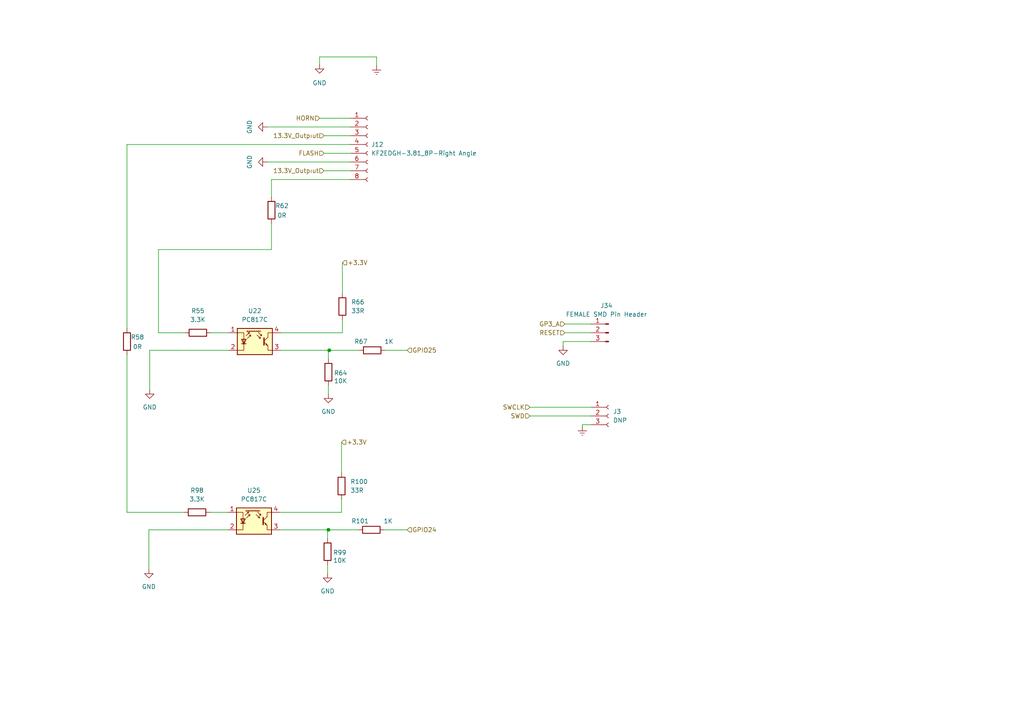
<source format=kicad_sch>
(kicad_sch (version 20250114) (generator "eeschema") (generator_version "9.0")
  (paper "A4")
  (lib_symbols
    (symbol "Connector:Conn_01x03_Pin" (pin_names (offset 1.016) (hide yes))
      (property "Reference" "J" (at 0 5.08 0))
      (property "Value" "Conn_01x03_Pin" (at 0 -5.08 0))
      (symbol "Conn_01x03_Pin_1_1"
        (rectangle (start 0.8636 2.667) (end 0 2.413) (stroke (width 0.1524)) (fill (type outline)))
        (rectangle (start 0.8636 0.127) (end 0 -0.127) (stroke (width 0.1524)) (fill (type outline)))
        (rectangle (start 0.8636 -2.413) (end 0 -2.667) (stroke (width 0.1524)) (fill (type outline)))
        (polyline (pts (xy 1.27 2.54) (xy 0.8636 2.54)) (stroke (width 0.1524)))
        (polyline (pts (xy 1.27 0) (xy 0.8636 0)) (stroke (width 0.1524)))
        (polyline (pts (xy 1.27 -2.54) (xy 0.8636 -2.54)) (stroke (width 0.1524)))
        (pin passive line (at 5.08 2.54 180) (length 3.81) (name "Pin_1") (number "1"))
        (pin passive line (at 5.08 0 180) (length 3.81) (name "Pin_2") (number "2"))
        (pin passive line (at 5.08 -2.54 180) (length 3.81) (name "Pin_3") (number "3"))
      )
    )
    (symbol "Connector:Conn_01x03_Socket" (pin_names (offset 1.016) (hide yes))
      (property "Reference" "J" (at 0 5.08 0))
      (property "Value" "Conn_01x03_Socket" (at 0 -5.08 0))
      (symbol "Conn_01x03_Socket_1_1"
        (polyline (pts (xy -1.27 2.54) (xy -0.508 2.54)) (stroke (width 0.1524)))
        (polyline (pts (xy -1.27 0) (xy -0.508 0)) (stroke (width 0.1524)))
        (polyline (pts (xy -1.27 -2.54) (xy -0.508 -2.54)) (stroke (width 0.1524)))
        (arc (start 0 2.032) (mid -0.5058 2.54) (end 0 3.048) (stroke (width 0.1524)))
        (arc (start 0 -0.508) (mid -0.5058 0) (end 0 0.508) (stroke (width 0.1524)))
        (arc (start 0 -3.048) (mid -0.5058 -2.54) (end 0 -2.032) (stroke (width 0.1524)))
        (pin passive line (at -5.08 2.54 0) (length 3.81) (name "Pin_1") (number "1"))
        (pin passive line (at -5.08 0 0) (length 3.81) (name "Pin_2") (number "2"))
        (pin passive line (at -5.08 -2.54 0) (length 3.81) (name "Pin_3") (number "3"))
      )
    )
    (symbol "Connector:Conn_01x08_Socket" (pin_names (offset 1.016) (hide yes))
      (property "Reference" "J" (at 0 10.16 0))
      (property "Value" "Conn_01x08_Socket" (at 0 -12.7 0))
      (symbol "Conn_01x08_Socket_1_1"
        (polyline (pts (xy -1.27 7.62) (xy -0.508 7.62)) (stroke (width 0.1524)))
        (polyline (pts (xy -1.27 5.08) (xy -0.508 5.08)) (stroke (width 0.1524)))
        (polyline (pts (xy -1.27 2.54) (xy -0.508 2.54)) (stroke (width 0.1524)))
        (polyline (pts (xy -1.27 0) (xy -0.508 0)) (stroke (width 0.1524)))
        (polyline (pts (xy -1.27 -2.54) (xy -0.508 -2.54)) (stroke (width 0.1524)))
        (polyline (pts (xy -1.27 -5.08) (xy -0.508 -5.08)) (stroke (width 0.1524)))
        (polyline (pts (xy -1.27 -7.62) (xy -0.508 -7.62)) (stroke (width 0.1524)))
        (polyline (pts (xy -1.27 -10.16) (xy -0.508 -10.16)) (stroke (width 0.1524)))
        (arc (start 0 7.112) (mid -0.5058 7.62) (end 0 8.128) (stroke (width 0.1524)))
        (arc (start 0 4.572) (mid -0.5058 5.08) (end 0 5.588) (stroke (width 0.1524)))
        (arc (start 0 2.032) (mid -0.5058 2.54) (end 0 3.048) (stroke (width 0.1524)))
        (arc (start 0 -0.508) (mid -0.5058 0) (end 0 0.508) (stroke (width 0.1524)))
        (arc (start 0 -3.048) (mid -0.5058 -2.54) (end 0 -2.032) (stroke (width 0.1524)))
        (arc (start 0 -5.588) (mid -0.5058 -5.08) (end 0 -4.572) (stroke (width 0.1524)))
        (arc (start 0 -8.128) (mid -0.5058 -7.62) (end 0 -7.112) (stroke (width 0.1524)))
        (arc (start 0 -10.668) (mid -0.5058 -10.16) (end 0 -9.652) (stroke (width 0.1524)))
        (pin passive line (at -5.08 7.62 0) (length 3.81) (name "Pin_1") (number "1"))
        (pin passive line (at -5.08 5.08 0) (length 3.81) (name "Pin_2") (number "2"))
        (pin passive line (at -5.08 2.54 0) (length 3.81) (name "Pin_3") (number "3"))
        (pin passive line (at -5.08 0 0) (length 3.81) (name "Pin_4") (number "4"))
        (pin passive line (at -5.08 -2.54 0) (length 3.81) (name "Pin_5") (number "5"))
        (pin passive line (at -5.08 -5.08 0) (length 3.81) (name "Pin_6") (number "6"))
        (pin passive line (at -5.08 -7.62 0) (length 3.81) (name "Pin_7") (number "7"))
        (pin passive line (at -5.08 -10.16 0) (length 3.81) (name "Pin_8") (number "8"))
      )
    )
    (symbol "Device:R" (pin_numbers (hide yes)) (pin_names (offset 0))
      (property "Reference" "R" (at 2.032 0 90))
      (property "Value" "R" (at 0 0 90))
      (symbol "R_0_1"
        (rectangle (start -1.016 -2.54) (end 1.016 2.54) (stroke (width 0.254)))
      )
      (symbol "R_1_1"
        (pin passive line (at 0 3.81 270) (length 1.27) (name "~") (number "1"))
        (pin passive line (at 0 -3.81 90) (length 1.27) (name "~") (number "2"))
      )
    )
    (symbol "Sensor_Proximity:SFH9201" (pin_names (offset 0.0254) (hide yes))
      (property "Reference" "U?" (at 0 8.89 0))
      (property "Value" "SFH9201" (at 0 6.35 0))
      (symbol "SFH9201_0_1"
        (polyline (pts (xy -5.08 -2.54) (xy -3.175 -2.54) (xy -3.175 2.54) (xy -5.08 2.54)))
        (polyline (pts (xy -5.08 -3.81) (xy 5.08 -3.81) (xy 5.08 3.81) (xy -5.08 3.81) (xy -5.08 -3.81)) (stroke (width 0.254)) (fill (type background)))
        (polyline (pts (xy -3.81 -0.635) (xy -2.54 -0.635)) (stroke (width 0.254)))
        (polyline (pts (xy -3.175 -0.635) (xy -3.81 0.635) (xy -2.54 0.635) (xy -3.175 -0.635)) (stroke (width 0.254)))
        (polyline (pts (xy -2.54 1.651) (xy -1.524 2.667) (xy -2.032 2.54)))
        (polyline (pts (xy -2.286 2.921) (xy -2.032 3.175)))
        (polyline (pts (xy -2.159 0.889) (xy -1.143 1.905) (xy -1.651 1.778)))
        (polyline (pts (xy -1.778 2.921) (xy -1.524 3.175)))
        (polyline (pts (xy -1.524 2.667) (xy -1.651 2.159)))
        (polyline (pts (xy -1.27 2.921) (xy -1.016 3.175)))
        (polyline (pts (xy -1.143 1.905) (xy -1.27 1.397)))
        (polyline (pts (xy -0.762 2.921) (xy -0.508 3.175)))
        (polyline (pts (xy -0.254 2.921) (xy 0 3.175)))
        (polyline (pts (xy 0.254 2.921) (xy 0.508 3.175)))
        (polyline (pts (xy 0.635 1.905) (xy 1.651 0.889) (xy 1.524 1.397)))
        (polyline (pts (xy 0.762 2.921) (xy 1.016 3.175)))
        (polyline (pts (xy 1.016 2.667) (xy 2.032 1.651) (xy 1.905 2.159)))
        (polyline (pts (xy 1.27 2.921) (xy 1.524 3.175)))
        (polyline (pts (xy 1.651 0.889) (xy 1.143 1.016)))
        (polyline (pts (xy 1.778 2.921) (xy -2.413 2.921)))
        (polyline (pts (xy 2.032 1.651) (xy 1.524 1.778)))
        (polyline (pts (xy 2.667 1.016) (xy 2.667 -1.016) (xy 2.667 -1.016)) (stroke (width 0.3556)))
        (polyline (pts (xy 2.667 0.127) (xy 3.81 1.27)))
        (polyline (pts (xy 2.667 -0.127) (xy 3.81 -1.27)))
        (polyline (pts (xy 3.683 -1.143) (xy 3.429 -0.635) (xy 3.175 -0.889) (xy 3.683 -1.143)))
        (polyline (pts (xy 3.81 1.27) (xy 3.81 2.54) (xy 5.08 2.54)))
        (polyline (pts (xy 3.81 -1.27) (xy 3.81 -2.54) (xy 5.08 -2.54)))
      )
      (symbol "SFH9201_1_1"
        (pin passive line (at -7.62 2.54 0) (length 2.54) (name "A") (number "1"))
        (pin passive line (at -7.62 -2.54 0) (length 2.54) (name "K") (number "2"))
        (pin open_collector line (at 7.62 2.54 180) (length 2.54) (name "C") (number "4"))
        (pin open_emitter line (at 7.62 -2.54 180) (length 2.54) (name "E") (number "3"))
      )
    )
    (symbol "power:Earth" (power) (pin_names (offset 0))
      (symbol "Earth_0_1"
        (polyline (pts (xy -0.635 -1.905) (xy 0.635 -1.905)))
        (polyline (pts (xy -0.127 -2.54) (xy 0.127 -2.54)))
        (polyline (pts (xy 0 -1.27) (xy 0 0)))
        (polyline (pts (xy 1.27 -1.27) (xy -1.27 -1.27)))
      )
      (symbol "Earth_1_1"
        (pin power_in line (at 0 0 270) (length 0) (hide yes) (name "Earth") (number "1"))
      )
    )
    (symbol "power:GND" (power) (pin_names (offset 0))
      (property "Value" "GND" (at 0 -3.81 0))
      (symbol "GND_0_1"
        (polyline (pts (xy 0 0) (xy 0 -1.27) (xy 1.27 -1.27) (xy 0 -2.54) (xy -1.27 -1.27) (xy 0 -1.27)))
      )
      (symbol "GND_1_1"
        (pin power_in line (at 0 0 270) (length 0) (hide yes) (name "GND") (number "1"))
      )
    )
  )
  (junction (at 95.25 153.671))
  (junction (at 95.4944 101.6))
  (wire (pts (xy 43.4244 101.599) (xy 66.2844 101.599)))
  (wire (pts (xy 95.0056 153.671) (xy 95.0056 156.2026)))
  (wire (pts (xy 78.74 64.77) (xy 78.74 72.389)))
  (wire (pts (xy 99.06 144.78) (xy 99.06 148.59)))
  (wire (pts (xy 111.5156 153.671) (xy 118.11 153.671)))
  (wire (pts (xy 95.4944 101.599) (xy 95.4944 101.6)))
  (wire (pts (xy 109.22 16.51) (xy 109.22 19.05)))
  (wire (pts (xy 95.0056 153.671) (xy 95.25 153.671)))
  (wire (pts (xy 36.83 148.59) (xy 53.34 148.59)))
  (wire (pts (xy 93.98 39.37) (xy 101.6 39.37)))
  (wire (pts (xy 95.25 111.7516) (xy 95.25 114.3)))
  (wire (pts (xy 168.91 123.19) (xy 168.91 123.698)))
  (wire (pts (xy 81.28 148.59) (xy 99.06 148.59)))
  (wire (pts (xy 61.2044 96.519) (xy 66.2844 96.519)))
  (wire (pts (xy 78.74 72.389) (xy 45.9644 72.389)))
  (wire (pts (xy 92.71 34.29) (xy 101.6 34.29)))
  (wire (pts (xy 111.76 101.6) (xy 118.11 101.6)))
  (wire (pts (xy 95.25 153.671) (xy 103.8956 153.671)))
  (wire (pts (xy 163.322 99.06) (xy 163.322 100.33)))
  (wire (pts (xy 153.67 120.65) (xy 171.45 120.65)))
  (wire (pts (xy 93.98 49.53) (xy 101.6 49.53)))
  (wire (pts (xy 45.9644 72.389) (xy 45.9644 96.519)))
  (wire (pts (xy 99.06 128.27) (xy 99.06 137.16)))
  (wire (pts (xy 95.25 101.6) (xy 95.25 104.1316)))
  (wire (pts (xy 93.98 44.45) (xy 101.6 44.45)))
  (wire (pts (xy 36.83 41.91) (xy 101.6 41.91)))
  (wire (pts (xy 81.5244 101.599) (xy 95.4944 101.599)))
  (wire (pts (xy 99.3044 92.709) (xy 99.3044 96.519)))
  (wire (pts (xy 95.25 153.67) (xy 95.25 153.671)))
  (wire (pts (xy 77.47 46.99) (xy 101.6 46.99)))
  (wire (pts (xy 109.22 16.51) (xy 92.6894 16.51)))
  (wire (pts (xy 171.45 123.19) (xy 168.91 123.19)))
  (wire (pts (xy 43.4244 101.599) (xy 43.4244 113.029)))
  (wire (pts (xy 153.67 118.11) (xy 171.45 118.11)))
  (wire (pts (xy 118.11 153.67) (xy 118.11 153.671)))
  (wire (pts (xy 81.28 153.67) (xy 95.25 153.67)))
  (wire (pts (xy 163.83 93.98) (xy 171.45 93.98)))
  (wire (pts (xy 81.5244 96.519) (xy 99.3044 96.519)))
  (wire (pts (xy 45.9644 96.519) (xy 53.5844 96.519)))
  (wire (pts (xy 78.74 52.07) (xy 78.74 57.15)))
  (wire (pts (xy 95.25 101.6) (xy 95.4944 101.6)))
  (wire (pts (xy 60.96 148.59) (xy 66.04 148.59)))
  (wire (pts (xy 43.18 153.67) (xy 43.18 165.1)))
  (wire (pts (xy 77.47 36.83) (xy 101.6 36.83)))
  (wire (pts (xy 92.6894 16.51) (xy 92.6894 18.7268)))
  (wire (pts (xy 36.83 41.91) (xy 36.83 95.25)))
  (wire (pts (xy 36.83 102.87) (xy 36.83 148.59)))
  (wire (pts (xy 95.4944 101.6) (xy 104.14 101.6)))
  (wire (pts (xy 171.45 99.06) (xy 163.322 99.06)))
  (wire (pts (xy 99.3044 76.199) (xy 99.3044 85.089)))
  (wire (pts (xy 43.18 153.67) (xy 66.04 153.67)))
  (wire (pts (xy 163.83 96.52) (xy 171.45 96.52)))
  (wire (pts (xy 78.74 52.07) (xy 101.6 52.07)))
  (wire (pts (xy 95.0056 163.8226) (xy 95.0056 166.371)))
  (hierarchical_label "GP3_A" (shape input) (at 163.83 93.98 180))
  (hierarchical_label "RESET" (shape input) (at 163.83 96.52 180))
  (hierarchical_label "+3.3V" (shape input) (at 99.3044 76.199 0))
  (hierarchical_label "13.3V_Outpıut" (shape input) (at 93.98 39.37 180))
  (hierarchical_label "SWCLK" (shape input) (at 153.67 118.11 180))
  (hierarchical_label "+3.3V" (shape input) (at 99.06 128.27 0))
  (hierarchical_label "HORN" (shape input) (at 92.71 34.29 180))
  (hierarchical_label "GPIO24" (shape input) (at 118.11 153.67 0))
  (hierarchical_label "SWD" (shape input) (at 153.67 120.65 180))
  (hierarchical_label "GPIO25" (shape input) (at 118.11 101.6 0))
  (hierarchical_label "FLASH" (shape input) (at 93.98 44.45 180))
  (hierarchical_label "13.3V_Outpıut" (shape input) (at 93.98 49.53 180))
  (symbol (lib_id "Sensor_Proximity:SFH9201") (at 73.66 151.13 0) (unit 1)
    (property "Reference" "U25" (at 73.66 142.24 0))
    (property "Value" "PC817C" (at 73.66 144.78 0))
    (property "Footprint" "Footprint:PC817" (effects (hide yes)))
    (property "MPN" "PC817C_4PIN_SMD" (effects (hide yes)))
  )
  (symbol (lib_id "Device:R") (at 99.06 140.97 0) (unit 1)
    (property "Reference" "R100" (at 101.6 139.6999 0) (effects (justify left)))
    (property "Value" "33R" (at 101.6 142.2399 0) (effects (justify left)))
    (property "Footprint" "Resistor_SMD:R_0603_1608Metric" (effects (hide yes)))
    (property "Description" "Resistor" (effects (hide yes)))
    (property "MPN" "0603WAF330JT5E" (effects (hide yes)))
  )
  (symbol (lib_id "Device:R") (at 57.3944 96.519 90) (unit 1)
    (property "Reference" "R55" (at 57.3944 90.169 90))
    (property "Value" "3.3K" (at 57.3944 92.709 90))
    (property "Footprint" "Resistor_SMD:R_0603_1608Metric" (effects (hide yes)))
    (property "Description" "Resistor" (effects (hide yes)))
    (property "MPN" "0603WAF3301T5E" (effects (hide yes)))
  )
  (symbol (lib_id "power:GND") (at 92.6894 18.7268 0) (mirror y) (unit 1)
    (property "Reference" "#PWR0146" (effects (hide yes)))
    (property "Value" "GND" (at 92.6894 24.0608 0))
    (property "Description" "Power symbol creates a global label with name \"GND\" , ground" (effects (hide yes)))
  )
  (symbol (lib_id "Device:R") (at 95.25 107.9416 180) (unit 1)
    (property "Reference" "R64" (at 98.806 108.204 0))
    (property "Value" "10K" (at 98.806 110.49 0))
    (property "Footprint" "Resistor_SMD:R_0603_1608Metric" (effects (hide yes)))
    (property "Description" "Resistor" (effects (hide yes)))
    (property "MPN" "0603WAF1002T5E" (effects (hide yes)))
  )
  (symbol (lib_id "Connector:Conn_01x08_Socket") (at 106.68 41.91 0) (unit 1)
    (property "Reference" "J12" (at 107.6487 41.9099 0) (effects (justify left)))
    (property "Value" "KF2EDGH-3.81_8P-Right Angle" (at 107.6487 44.4499 0) (effects (justify left)))
    (property "Footprint" "KF2EDGH:KF2EDGH-3.81_8P" (effects (hide yes)))
    (property "Description" "Generic connector, single row, 01x08, script generated" (effects (hide yes)))
    (property "MPN" "15EDGK-3.81 双层 2*4p" (effects (hide yes)))
  )
  (symbol (lib_id "power:GND") (at 43.18 165.1 0) (unit 1)
    (property "Reference" "#PWR068" (effects (hide yes)))
    (property "Value" "GND" (at 43.18 170.18 0))
    (property "Description" "Power symbol creates a global label with name \"GND\" , ground" (effects (hide yes)))
  )
  (symbol (lib_id "Device:R") (at 107.7056 153.671 90) (unit 1)
    (property "Reference" "R101" (at 104.4471 151.132 90))
    (property "Value" "1K" (at 112.5751 151.132 90))
    (property "Footprint" "Resistor_SMD:R_0603_1608Metric" (effects (hide yes)))
    (property "Description" "Resistor" (effects (hide yes)))
    (property "MPN" "0603WAF1001T5E" (effects (hide yes)))
  )
  (symbol (lib_id "power:GND") (at 43.4244 113.029 0) (unit 1)
    (property "Reference" "#PWR022" (effects (hide yes)))
    (property "Value" "GND" (at 43.4244 118.109 0))
    (property "Description" "Power symbol creates a global label with name \"GND\" , ground" (effects (hide yes)))
  )
  (symbol (lib_id "Device:R") (at 36.83 99.06 0) (unit 1)
    (property "Reference" "R58" (at 39.878 97.79 0))
    (property "Value" "0R" (at 39.878 100.584 0))
    (property "Footprint" "Resistor_SMD:R_0603_1608Metric" (effects (hide yes)))
    (property "Description" "Resistor" (effects (hide yes)))
    (property "MPN" "0603WAF0000T5E" (effects (hide yes)))
  )
  (symbol (lib_id "power:GND") (at 77.47 36.83 270) (unit 1)
    (property "Reference" "#PWR0228" (effects (hide yes)))
    (property "Value" "GND" (at 72.39 36.83 0))
    (property "Description" "Power symbol creates a global label with name \"GND\" , ground" (effects (hide yes)))
  )
  (symbol (lib_id "Device:R") (at 95.0056 160.0126 180) (unit 1)
    (property "Reference" "R99" (at 98.5616 160.275 0))
    (property "Value" "10K" (at 98.5616 162.561 0))
    (property "Footprint" "Resistor_SMD:R_0603_1608Metric" (effects (hide yes)))
    (property "Description" "Resistor" (effects (hide yes)))
    (property "MPN" "0603WAF1002T5E" (effects (hide yes)))
  )
  (symbol (lib_id "power:GND") (at 163.322 100.33 0) (unit 1)
    (property "Reference" "#PWR0226" (effects (hide yes)))
    (property "Value" "GND" (at 163.322 105.41 0))
    (property "Description" "Power symbol creates a global label with name \"GND\" , ground" (effects (hide yes)))
  )
  (symbol (lib_id "power:GND") (at 95.25 114.3 0) (unit 1)
    (property "Reference" "#PWR096" (effects (hide yes)))
    (property "Value" "GND" (at 95.25 119.38 0))
    (property "Description" "Power symbol creates a global label with name \"GND\" , ground" (effects (hide yes)))
  )
  (symbol (lib_id "Connector:Conn_01x03_Socket") (at 176.53 120.65 0) (unit 1)
    (property "Reference" "J3" (at 177.8 119.3799 0) (effects (justify left)))
    (property "Value" "DNP" (at 177.8 121.9199 0) (effects (justify left)))
    (property "Footprint" "Connector_PinHeader_2.00mm:PinHeader_1x03_P2.00mm_Vertical" (effects (hide yes)))
    (property "Description" "Generic connector, single row, 01x03, script generated" (effects (hide yes)))
  )
  (symbol (lib_id "power:GND") (at 77.47 46.99 270) (unit 1)
    (property "Reference" "#PWR097" (effects (hide yes)))
    (property "Value" "GND" (at 72.39 46.99 0))
    (property "Description" "Power symbol creates a global label with name \"GND\" , ground" (effects (hide yes)))
  )
  (symbol (lib_id "Sensor_Proximity:SFH9201") (at 73.9044 99.059 0) (unit 1)
    (property "Reference" "U22" (at 73.9044 90.169 0))
    (property "Value" "PC817C" (at 73.9044 92.709 0))
    (property "Footprint" "Footprint:PC817" (effects (hide yes)))
    (property "MPN" "PC817C_4PIN_SMD" (effects (hide yes)))
  )
  (symbol (lib_id "Device:R") (at 99.3044 88.899 0) (unit 1)
    (property "Reference" "R66" (at 101.8444 87.6289 0) (effects (justify left)))
    (property "Value" "33R" (at 101.8444 90.1689 0) (effects (justify left)))
    (property "Footprint" "Resistor_SMD:R_0603_1608Metric" (effects (hide yes)))
    (property "Description" "Resistor" (effects (hide yes)))
    (property "MPN" "0603WAF330JT5E" (effects (hide yes)))
  )
  (symbol (lib_id "power:GND") (at 95.0056 166.371 0) (unit 1)
    (property "Reference" "#PWR0124" (effects (hide yes)))
    (property "Value" "GND" (at 95.0056 171.451 0))
    (property "Description" "Power symbol creates a global label with name \"GND\" , ground" (effects (hide yes)))
  )
  (symbol (lib_id "Connector:Conn_01x03_Pin") (at 176.53 96.52 0) (mirror y) (unit 1)
    (property "Reference" "J34" (at 175.895 88.646 0))
    (property "Value" "FEMALE SMD Pin Header" (at 175.895 91.186 0))
    (property "Footprint" "Connector_PinSocket_2.54mm:PinSocket_1x03_P2.54mm_Vertical" (effects (hide yes)))
    (property "Description" "Generic connector, single row, 01x03, script generated" (effects (hide yes)))
    (property "MPN" "1*3p 2.54 贴片排母  " (effects (hide yes)))
  )
  (symbol (lib_id "power:Earth") (at 109.22 19.05 0) (unit 1)
    (property "Reference" "#PWR0162" (effects (hide yes)))
    (property "Value" "Earth" (effects (hide yes)))
    (property "Description" "Power symbol creates a global label with name \"Earth\"" (effects (hide yes)))
  )
  (symbol (lib_id "Device:R") (at 78.74 60.96 0) (unit 1)
    (property "Reference" "R62" (at 81.788 59.69 0))
    (property "Value" "0R" (at 81.788 62.484 0))
    (property "Footprint" "Resistor_SMD:R_0603_1608Metric" (effects (hide yes)))
    (property "Description" "Resistor" (effects (hide yes)))
    (property "MPN" "0603WAF0000T5E" (effects (hide yes)))
  )
  (symbol (lib_id "power:Earth") (at 168.91 123.698 0) (unit 1)
    (property "Reference" "#PWR0234" (effects (hide yes)))
    (property "Value" "Earth" (effects (hide yes)))
    (property "Description" "Power symbol creates a global label with name \"Earth\"" (effects (hide yes)))
  )
  (symbol (lib_id "Device:R") (at 107.95 101.6 90) (unit 1)
    (property "Reference" "R67" (at 104.6915 99.061 90))
    (property "Value" "1K" (at 112.8195 99.061 90))
    (property "Footprint" "Resistor_SMD:R_0603_1608Metric" (effects (hide yes)))
    (property "Description" "Resistor" (effects (hide yes)))
    (property "MPN" "0603WAF1001T5E" (effects (hide yes)))
  )
  (symbol (lib_id "Device:R") (at 57.15 148.59 90) (unit 1)
    (property "Reference" "R98" (at 57.15 142.24 90))
    (property "Value" "3.3K" (at 57.15 144.78 90))
    (property "Footprint" "Resistor_SMD:R_0603_1608Metric" (effects (hide yes)))
    (property "Description" "Resistor" (effects (hide yes)))
    (property "MPN" "0603WAF3301T5E" (effects (hide yes)))
  )
)
</source>
